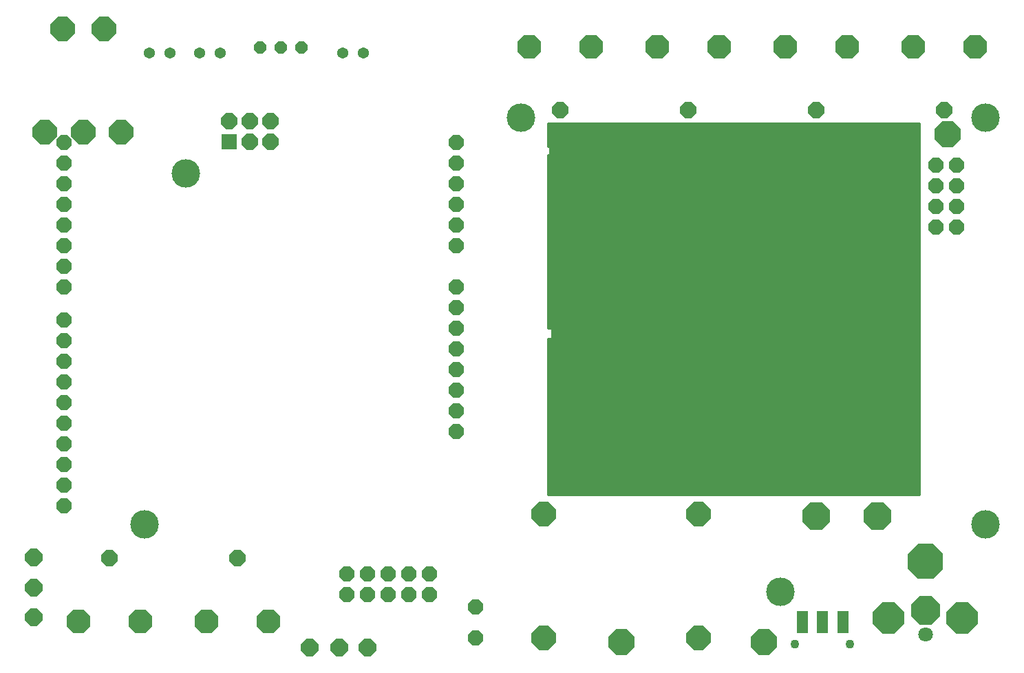
<source format=gbs>
G75*
%MOIN*%
%OFA0B0*%
%FSLAX24Y24*%
%IPPOS*%
%LPD*%
%AMOC8*
5,1,8,0,0,1.08239X$1,22.5*
%
%ADD10C,0.1380*%
%ADD11C,0.0100*%
%ADD12OC8,0.0740*%
%ADD13OC8,0.0780*%
%ADD14R,0.0780X0.0780*%
%ADD15R,0.0552X0.1064*%
%ADD16C,0.0434*%
%ADD17OC8,0.1145*%
%ADD18OC8,0.0611*%
%ADD19OC8,0.1175*%
%ADD20C,0.0540*%
%ADD21OC8,0.1700*%
%ADD22OC8,0.1405*%
%ADD23C,0.0710*%
%ADD24OC8,0.1504*%
%ADD25OC8,0.1261*%
%ADD26OC8,0.0848*%
%ADD27OC8,0.1346*%
%ADD28OC8,0.0730*%
D10*
X013943Y012495D03*
X015943Y029495D03*
X032193Y032195D03*
X054693Y032195D03*
X054693Y012495D03*
X044743Y009245D03*
D11*
X051493Y013945D02*
X033493Y013945D01*
X033493Y021495D01*
X033693Y021495D01*
X033693Y021995D01*
X033493Y021995D01*
X033493Y030395D01*
X033593Y030395D01*
X033593Y030795D01*
X033493Y030795D01*
X033493Y031945D01*
X051493Y031945D01*
X051493Y013945D01*
X051493Y013974D02*
X033493Y013974D01*
X033493Y014072D02*
X051493Y014072D01*
X051493Y014171D02*
X033493Y014171D01*
X033493Y014269D02*
X051493Y014269D01*
X051493Y014368D02*
X033493Y014368D01*
X033493Y014466D02*
X051493Y014466D01*
X051493Y014565D02*
X033493Y014565D01*
X033493Y014663D02*
X051493Y014663D01*
X051493Y014762D02*
X033493Y014762D01*
X033493Y014860D02*
X051493Y014860D01*
X051493Y014959D02*
X033493Y014959D01*
X033493Y015057D02*
X051493Y015057D01*
X051493Y015156D02*
X033493Y015156D01*
X033493Y015254D02*
X051493Y015254D01*
X051493Y015353D02*
X033493Y015353D01*
X033493Y015451D02*
X051493Y015451D01*
X051493Y015550D02*
X033493Y015550D01*
X033493Y015648D02*
X051493Y015648D01*
X051493Y015747D02*
X033493Y015747D01*
X033493Y015845D02*
X051493Y015845D01*
X051493Y015944D02*
X033493Y015944D01*
X033493Y016042D02*
X051493Y016042D01*
X051493Y016141D02*
X033493Y016141D01*
X033493Y016239D02*
X051493Y016239D01*
X051493Y016338D02*
X033493Y016338D01*
X033493Y016436D02*
X051493Y016436D01*
X051493Y016535D02*
X033493Y016535D01*
X033493Y016633D02*
X051493Y016633D01*
X051493Y016732D02*
X033493Y016732D01*
X033493Y016830D02*
X051493Y016830D01*
X051493Y016929D02*
X033493Y016929D01*
X033493Y017027D02*
X051493Y017027D01*
X051493Y017126D02*
X033493Y017126D01*
X033493Y017224D02*
X051493Y017224D01*
X051493Y017323D02*
X033493Y017323D01*
X033493Y017421D02*
X051493Y017421D01*
X051493Y017520D02*
X033493Y017520D01*
X033493Y017618D02*
X051493Y017618D01*
X051493Y017717D02*
X033493Y017717D01*
X033493Y017815D02*
X051493Y017815D01*
X051493Y017914D02*
X033493Y017914D01*
X033493Y018012D02*
X051493Y018012D01*
X051493Y018111D02*
X033493Y018111D01*
X033493Y018209D02*
X051493Y018209D01*
X051493Y018308D02*
X033493Y018308D01*
X033493Y018406D02*
X051493Y018406D01*
X051493Y018505D02*
X033493Y018505D01*
X033493Y018603D02*
X051493Y018603D01*
X051493Y018702D02*
X033493Y018702D01*
X033493Y018800D02*
X051493Y018800D01*
X051493Y018899D02*
X033493Y018899D01*
X033493Y018997D02*
X051493Y018997D01*
X051493Y019096D02*
X033493Y019096D01*
X033493Y019194D02*
X051493Y019194D01*
X051493Y019293D02*
X033493Y019293D01*
X033493Y019391D02*
X051493Y019391D01*
X051493Y019490D02*
X033493Y019490D01*
X033493Y019588D02*
X051493Y019588D01*
X051493Y019687D02*
X033493Y019687D01*
X033493Y019785D02*
X051493Y019785D01*
X051493Y019884D02*
X033493Y019884D01*
X033493Y019982D02*
X051493Y019982D01*
X051493Y020081D02*
X033493Y020081D01*
X033493Y020179D02*
X051493Y020179D01*
X051493Y020278D02*
X033493Y020278D01*
X033493Y020376D02*
X051493Y020376D01*
X051493Y020475D02*
X033493Y020475D01*
X033493Y020573D02*
X051493Y020573D01*
X051493Y020672D02*
X033493Y020672D01*
X033493Y020770D02*
X051493Y020770D01*
X051493Y020869D02*
X033493Y020869D01*
X033493Y020967D02*
X051493Y020967D01*
X051493Y021066D02*
X033493Y021066D01*
X033493Y021164D02*
X051493Y021164D01*
X051493Y021263D02*
X033493Y021263D01*
X033493Y021361D02*
X051493Y021361D01*
X051493Y021460D02*
X033493Y021460D01*
X033693Y021558D02*
X051493Y021558D01*
X051493Y021657D02*
X033693Y021657D01*
X033693Y021755D02*
X051493Y021755D01*
X051493Y021854D02*
X033693Y021854D01*
X033693Y021952D02*
X051493Y021952D01*
X051493Y022051D02*
X033493Y022051D01*
X033493Y022149D02*
X051493Y022149D01*
X051493Y022248D02*
X033493Y022248D01*
X033493Y022346D02*
X051493Y022346D01*
X051493Y022445D02*
X033493Y022445D01*
X033493Y022543D02*
X051493Y022543D01*
X051493Y022642D02*
X033493Y022642D01*
X033493Y022740D02*
X051493Y022740D01*
X051493Y022839D02*
X033493Y022839D01*
X033493Y022937D02*
X051493Y022937D01*
X051493Y023036D02*
X033493Y023036D01*
X033493Y023134D02*
X051493Y023134D01*
X051493Y023233D02*
X033493Y023233D01*
X033493Y023331D02*
X051493Y023331D01*
X051493Y023430D02*
X033493Y023430D01*
X033493Y023528D02*
X051493Y023528D01*
X051493Y023627D02*
X033493Y023627D01*
X033493Y023725D02*
X051493Y023725D01*
X051493Y023824D02*
X033493Y023824D01*
X033493Y023922D02*
X051493Y023922D01*
X051493Y024021D02*
X033493Y024021D01*
X033493Y024119D02*
X051493Y024119D01*
X051493Y024218D02*
X033493Y024218D01*
X033493Y024316D02*
X051493Y024316D01*
X051493Y024415D02*
X033493Y024415D01*
X033493Y024513D02*
X051493Y024513D01*
X051493Y024612D02*
X033493Y024612D01*
X033493Y024710D02*
X051493Y024710D01*
X051493Y024809D02*
X033493Y024809D01*
X033493Y024907D02*
X051493Y024907D01*
X051493Y025006D02*
X033493Y025006D01*
X033493Y025104D02*
X051493Y025104D01*
X051493Y025203D02*
X033493Y025203D01*
X033493Y025301D02*
X051493Y025301D01*
X051493Y025400D02*
X033493Y025400D01*
X033493Y025498D02*
X051493Y025498D01*
X051493Y025597D02*
X033493Y025597D01*
X033493Y025695D02*
X051493Y025695D01*
X051493Y025794D02*
X033493Y025794D01*
X033493Y025892D02*
X051493Y025892D01*
X051493Y025991D02*
X033493Y025991D01*
X033493Y026089D02*
X051493Y026089D01*
X051493Y026188D02*
X033493Y026188D01*
X033493Y026286D02*
X051493Y026286D01*
X051493Y026385D02*
X033493Y026385D01*
X033493Y026483D02*
X051493Y026483D01*
X051493Y026582D02*
X033493Y026582D01*
X033493Y026680D02*
X051493Y026680D01*
X051493Y026779D02*
X033493Y026779D01*
X033493Y026877D02*
X051493Y026877D01*
X051493Y026976D02*
X033493Y026976D01*
X033493Y027074D02*
X051493Y027074D01*
X051493Y027173D02*
X033493Y027173D01*
X033493Y027271D02*
X051493Y027271D01*
X051493Y027370D02*
X033493Y027370D01*
X033493Y027468D02*
X051493Y027468D01*
X051493Y027567D02*
X033493Y027567D01*
X033493Y027665D02*
X051493Y027665D01*
X051493Y027764D02*
X033493Y027764D01*
X033493Y027862D02*
X051493Y027862D01*
X051493Y027961D02*
X033493Y027961D01*
X033493Y028059D02*
X051493Y028059D01*
X051493Y028158D02*
X033493Y028158D01*
X033493Y028256D02*
X051493Y028256D01*
X051493Y028355D02*
X033493Y028355D01*
X033493Y028453D02*
X051493Y028453D01*
X051493Y028552D02*
X033493Y028552D01*
X033493Y028650D02*
X051493Y028650D01*
X051493Y028749D02*
X033493Y028749D01*
X033493Y028847D02*
X051493Y028847D01*
X051493Y028946D02*
X033493Y028946D01*
X033493Y029044D02*
X051493Y029044D01*
X051493Y029143D02*
X033493Y029143D01*
X033493Y029241D02*
X051493Y029241D01*
X051493Y029340D02*
X033493Y029340D01*
X033493Y029438D02*
X051493Y029438D01*
X051493Y029537D02*
X033493Y029537D01*
X033493Y029635D02*
X051493Y029635D01*
X051493Y029734D02*
X033493Y029734D01*
X033493Y029832D02*
X051493Y029832D01*
X051493Y029931D02*
X033493Y029931D01*
X033493Y030029D02*
X051493Y030029D01*
X051493Y030128D02*
X033493Y030128D01*
X033493Y030226D02*
X051493Y030226D01*
X051493Y030325D02*
X033493Y030325D01*
X033593Y030423D02*
X051493Y030423D01*
X051493Y030522D02*
X033593Y030522D01*
X033593Y030620D02*
X051493Y030620D01*
X051493Y030719D02*
X033593Y030719D01*
X033493Y030817D02*
X051493Y030817D01*
X051493Y030916D02*
X033493Y030916D01*
X033493Y031014D02*
X051493Y031014D01*
X051493Y031113D02*
X033493Y031113D01*
X033493Y031211D02*
X051493Y031211D01*
X051493Y031310D02*
X033493Y031310D01*
X033493Y031408D02*
X051493Y031408D01*
X051493Y031507D02*
X033493Y031507D01*
X033493Y031605D02*
X051493Y031605D01*
X051493Y031704D02*
X033493Y031704D01*
X033493Y031802D02*
X051493Y031802D01*
X051493Y031901D02*
X033493Y031901D01*
D12*
X029041Y030995D03*
X029041Y029995D03*
X029041Y028995D03*
X029041Y027995D03*
X029041Y026995D03*
X029041Y025995D03*
X029041Y023995D03*
X029041Y022995D03*
X029041Y021995D03*
X029041Y020995D03*
X029041Y019995D03*
X029041Y018995D03*
X029041Y017995D03*
X029041Y016995D03*
X027743Y010095D03*
X026743Y010095D03*
X025743Y010095D03*
X024743Y010095D03*
X023743Y010095D03*
X023743Y009095D03*
X024743Y009095D03*
X025743Y009095D03*
X026743Y009095D03*
X027743Y009095D03*
X010041Y013395D03*
X010041Y014395D03*
X010041Y015395D03*
X010041Y016395D03*
X010041Y017395D03*
X010041Y018395D03*
X010041Y019395D03*
X010041Y020395D03*
X010041Y021395D03*
X010041Y022395D03*
X010041Y023995D03*
X010041Y024995D03*
X010041Y025995D03*
X010041Y026995D03*
X010041Y027995D03*
X010041Y028995D03*
X010041Y029995D03*
X010041Y030995D03*
X052282Y029918D03*
X052282Y028918D03*
X053282Y028918D03*
X053282Y029918D03*
X053282Y027918D03*
X052282Y027918D03*
X052282Y026918D03*
X053282Y026918D03*
D13*
X052693Y032565D03*
X046493Y032565D03*
X040293Y032565D03*
X034093Y032565D03*
X020041Y032045D03*
X020041Y031045D03*
X019041Y031045D03*
X019041Y032045D03*
X018041Y032045D03*
X018443Y010875D03*
X012243Y010875D03*
D14*
X018041Y031045D03*
D15*
X045809Y007778D03*
X046793Y007778D03*
X047778Y007778D03*
D16*
X048132Y006695D03*
X045455Y006695D03*
D17*
X019943Y007805D03*
X016943Y007805D03*
X013743Y007805D03*
X010743Y007805D03*
X032593Y035635D03*
X035593Y035635D03*
X038793Y035635D03*
X041793Y035635D03*
X044993Y035635D03*
X047993Y035635D03*
X051193Y035635D03*
X054193Y035635D03*
D18*
X021543Y035595D03*
X020543Y035595D03*
X019543Y035595D03*
D19*
X012823Y031495D03*
X010973Y031495D03*
X009123Y031495D03*
X009973Y036495D03*
X011973Y036495D03*
X033293Y012995D03*
X033293Y006995D03*
X040793Y006995D03*
X040793Y012995D03*
D20*
X024543Y035345D03*
X023543Y035345D03*
X017618Y035345D03*
X016618Y035345D03*
X015193Y035345D03*
X014193Y035345D03*
D21*
X051770Y010719D03*
D22*
X051770Y008357D03*
D23*
X051770Y007176D03*
D24*
X053541Y007965D03*
X049998Y007965D03*
D25*
X043943Y006795D03*
X037043Y006795D03*
X052843Y031395D03*
D26*
X008593Y007995D03*
X008593Y009445D03*
X008593Y010895D03*
X021943Y006545D03*
X023393Y006545D03*
X024743Y006545D03*
D27*
X046493Y012895D03*
X049443Y012895D03*
D28*
X029993Y008495D03*
X029993Y006995D03*
M02*

</source>
